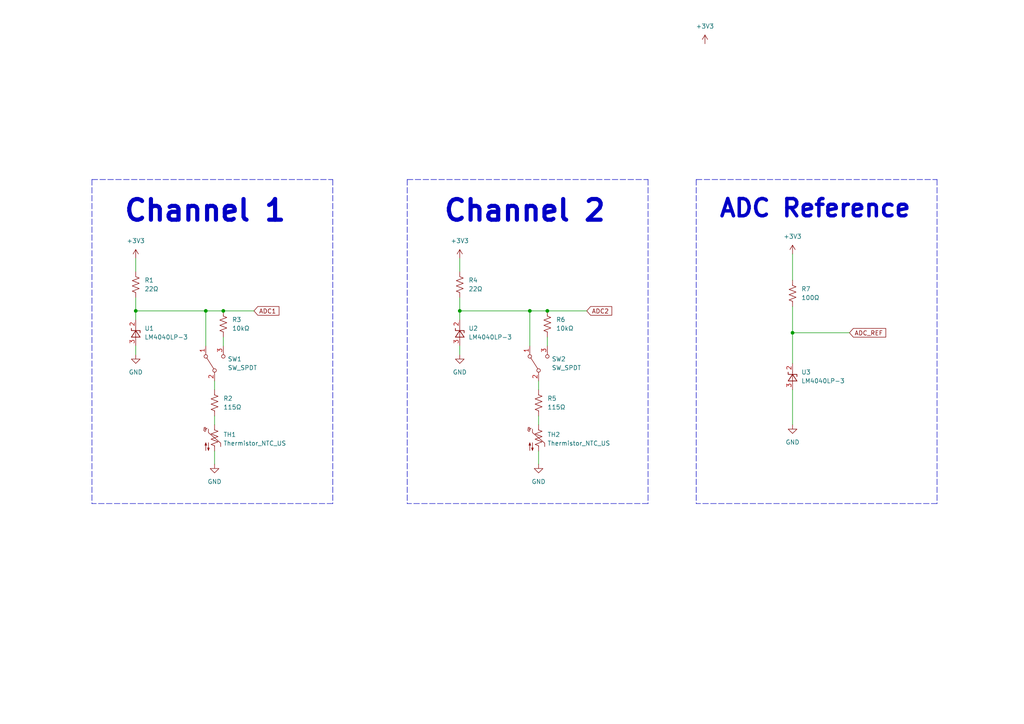
<source format=kicad_sch>
(kicad_sch (version 20211123) (generator eeschema)
  (paper "A4")
  (lib_symbols
    (symbol "Device:R_US" (pin_numbers hide) (pin_names (offset 0))
      (property "Reference" "R" (at 2.54 0 90))
      (property "Value" "R_US" (at -2.54 0 90))
      (symbol "R_US_0_1"
        (polyline (pts (xy 0 -2.286) (xy 0 -2.54)))
        (polyline (pts (xy 0 2.286) (xy 0 2.54)))
        (polyline (pts (xy 0 -0.762) (xy 1.016 -1.143) (xy 0 -1.524) (xy -1.016 -1.905) (xy 0 -2.286)))
        (polyline (pts (xy 0 0.762) (xy 1.016 0.381) (xy 0 0) (xy -1.016 -0.381) (xy 0 -0.762)))
        (polyline (pts (xy 0 2.286) (xy 1.016 1.905) (xy 0 1.524) (xy -1.016 1.143) (xy 0 0.762)))
      )
      (symbol "R_US_1_1"
        (pin passive line (at 0 3.81 270) (length 1.27) (name "~") (number "1"))
        (pin passive line (at 0 -3.81 90) (length 1.27) (name "~") (number "2"))
      )
    )
    (symbol "Device:Thermistor_NTC_US" (pin_numbers hide) (pin_names (offset 0))
      (property "Reference" "TH" (at -4.445 0 90))
      (property "Value" "Thermistor_NTC_US" (at 3.175 0 90))
      (symbol "Thermistor_NTC_US_0_1"
        (arc (start -3.048 2.159) (mid -3.0505 2.3165) (end -3.175 2.413))
        (arc (start -3.048 2.159) (mid -2.9736 1.9794) (end -2.794 1.905))
        (arc (start -3.048 2.794) (mid -2.9736 2.6144) (end -2.794 2.54))
        (arc (start -2.794 1.905) (mid -2.6144 1.9794) (end -2.54 2.159))
        (arc (start -2.794 2.54) (mid -2.434 2.5608) (end -2.159 2.794))
        (arc (start -2.794 3.048) (mid -2.9736 2.9736) (end -3.048 2.794))
        (arc (start -2.54 2.794) (mid -2.6144 2.9736) (end -2.794 3.048))
        (polyline (pts (xy -2.54 2.159) (xy -2.54 2.794)))
        (polyline (pts (xy 0 -2.286) (xy 0 -2.54)))
        (polyline (pts (xy 0 2.286) (xy 0 2.54)))
        (polyline (pts (xy -1.778 2.54) (xy -1.778 1.524) (xy 1.778 -1.524) (xy 1.778 -2.54)))
        (polyline (pts (xy 0 -0.762) (xy 1.016 -1.143) (xy 0 -1.524) (xy -1.016 -1.905) (xy 0 -2.286)))
        (polyline (pts (xy 0 0.762) (xy 1.016 0.381) (xy 0 0) (xy -1.016 -0.381) (xy 0 -0.762)))
        (polyline (pts (xy 0 2.286) (xy 1.016 1.905) (xy 0 1.524) (xy -1.016 1.143) (xy 0 0.762)))
        (polyline (pts (xy -2.54 -3.683) (xy -2.54 -1.397) (xy -2.794 -2.159) (xy -2.286 -2.159) (xy -2.54 -1.397) (xy -2.54 -1.651)) (fill (type outline)))
        (polyline (pts (xy -1.778 -1.397) (xy -1.778 -3.683) (xy -2.032 -2.921) (xy -1.524 -2.921) (xy -1.778 -3.683) (xy -1.778 -3.429)) (fill (type outline)))
      )
      (symbol "Thermistor_NTC_US_1_1"
        (pin passive line (at 0 3.81 270) (length 1.27) (name "~") (number "1"))
        (pin passive line (at 0 -3.81 90) (length 1.27) (name "~") (number "2"))
      )
    )
    (symbol "Reference_Voltage:LM4040LP-3" (pin_names (offset 0.0254) hide)
      (property "Reference" "U" (at 0 2.54 0))
      (property "Value" "LM4040LP-3" (at 0 -3.175 0))
      (symbol "LM4040LP-3_0_1"
        (polyline (pts (xy -1.27 0) (xy 0 0) (xy 1.27 0)))
        (polyline (pts (xy -1.27 -1.27) (xy 0.635 0) (xy -1.27 1.27) (xy -1.27 -1.27)) (stroke (width 0.2032)))
        (polyline (pts (xy 0 -1.27) (xy 0.635 -1.27) (xy 0.635 1.27) (xy 1.27 1.27)) (stroke (width 0.2032)))
      )
      (symbol "LM4040LP-3_1_1"
        (pin passive line (at 3.81 0 180) (length 2.54) (name "K") (number "2"))
        (pin passive line (at -3.81 0 0) (length 2.54) (name "A") (number "3"))
      )
    )
    (symbol "Switch:SW_SPDT" (pin_names (offset 0) hide)
      (property "Reference" "SW" (at 0 4.318 0))
      (property "Value" "SW_SPDT" (at 0 -5.08 0))
      (symbol "SW_SPDT_0_0"
        (circle (center -2.032 0) (radius 0.508))
        (circle (center 2.032 -2.54) (radius 0.508))
      )
      (symbol "SW_SPDT_0_1"
        (polyline (pts (xy -1.524 0.254) (xy 1.651 2.286)))
        (circle (center 2.032 2.54) (radius 0.508))
      )
      (symbol "SW_SPDT_1_1"
        (pin passive line (at 5.08 2.54 180) (length 2.54) (name "A") (number "1"))
        (pin passive line (at -5.08 0 0) (length 2.54) (name "B") (number "2"))
        (pin passive line (at 5.08 -2.54 180) (length 2.54) (name "C") (number "3"))
      )
    )
    (symbol "power:+3.3V" (power) (pin_names (offset 0))
      (property "Value" "+3.3V" (at 0 3.556 0))
      (symbol "+3.3V_0_1"
        (polyline (pts (xy -0.762 1.27) (xy 0 2.54)))
        (polyline (pts (xy 0 0) (xy 0 2.54)))
        (polyline (pts (xy 0 2.54) (xy 0.762 1.27)))
      )
      (symbol "+3.3V_1_1"
        (pin power_in line (at 0 0 90) (length 0) hide (name "+3V3") (number "1"))
      )
    )
    (symbol "power:GND" (power) (pin_names (offset 0))
      (property "Value" "GND" (at 0 -3.81 0))
      (symbol "GND_0_1"
        (polyline (pts (xy 0 0) (xy 0 -1.27) (xy 1.27 -1.27) (xy 0 -2.54) (xy -1.27 -1.27) (xy 0 -1.27)))
      )
      (symbol "GND_1_1"
        (pin power_in line (at 0 0 270) (length 0) hide (name "GND") (number "1"))
      )
    )
  )
  (junction (at 158.75 90.17))
  (junction (at 229.87 96.52))
  (junction (at 153.67 90.17))
  (junction (at 133.35 90.17))
  (junction (at 64.77 90.17))
  (junction (at 39.37 90.17))
  (junction (at 59.69 90.17))
  (polyline (pts (xy 201.93 52.07) (xy 271.78 52.07)))
  (wire (pts (xy 229.87 88.9) (xy 229.87 96.52)))
  (polyline (pts (xy 118.11 52.07) (xy 187.96 52.07)))
  (wire (pts (xy 133.35 100.33) (xy 133.35 102.87)))
  (wire (pts (xy 153.67 90.17) (xy 153.67 100.33)))
  (wire (pts (xy 156.21 130.81) (xy 156.21 134.62)))
  (wire (pts (xy 39.37 74.93) (xy 39.37 78.74)))
  (wire (pts (xy 62.23 130.81) (xy 62.23 134.62)))
  (wire (pts (xy 158.75 90.17) (xy 170.18 90.17)))
  (wire (pts (xy 156.21 123.19) (xy 156.21 120.65)))
  (wire (pts (xy 133.35 86.36) (xy 133.35 90.17)))
  (wire (pts (xy 158.75 97.79) (xy 158.75 100.33)))
  (wire (pts (xy 229.87 96.52) (xy 246.38 96.52)))
  (polyline (pts (xy 26.67 52.07) (xy 26.67 146.05)))
  (wire (pts (xy 133.35 74.93) (xy 133.35 78.74)))
  (polyline (pts (xy 187.96 146.05) (xy 118.11 146.05)))
  (wire (pts (xy 153.67 90.17) (xy 158.75 90.17)))
  (wire (pts (xy 39.37 90.17) (xy 59.69 90.17)))
  (wire (pts (xy 156.21 110.49) (xy 156.21 113.03)))
  (polyline (pts (xy 96.52 146.05) (xy 26.67 146.05)))
  (polyline (pts (xy 118.11 52.07) (xy 118.11 146.05)))
  (wire (pts (xy 39.37 90.17) (xy 39.37 92.71)))
  (wire (pts (xy 133.35 90.17) (xy 133.35 92.71)))
  (wire (pts (xy 64.77 90.17) (xy 73.66 90.17)))
  (polyline (pts (xy 187.96 52.07) (xy 187.96 146.05)))
  (wire (pts (xy 64.77 97.79) (xy 64.77 100.33)))
  (wire (pts (xy 62.23 110.49) (xy 62.23 113.03)))
  (wire (pts (xy 39.37 100.33) (xy 39.37 102.87)))
  (wire (pts (xy 62.23 123.19) (xy 62.23 120.65)))
  (wire (pts (xy 59.69 90.17) (xy 59.69 100.33)))
  (polyline (pts (xy 96.52 52.07) (xy 96.52 146.05)))
  (wire (pts (xy 229.87 96.52) (xy 229.87 105.41)))
  (polyline (pts (xy 271.78 52.07) (xy 271.78 146.05)))
  (wire (pts (xy 39.37 86.36) (xy 39.37 90.17)))
  (wire (pts (xy 133.35 90.17) (xy 153.67 90.17)))
  (polyline (pts (xy 201.93 52.07) (xy 201.93 146.05)))
  (wire (pts (xy 229.87 73.66) (xy 229.87 81.28)))
  (wire (pts (xy 59.69 90.17) (xy 64.77 90.17)))
  (polyline (pts (xy 271.78 146.05) (xy 201.93 146.05)))
  (polyline (pts (xy 26.67 52.07) (xy 96.52 52.07)))
  (wire (pts (xy 229.87 113.03) (xy 229.87 123.19)))
  (text "Channel 1" (at 35.56 64.77 0) (effects (font (size 6 6) (thickness 1.2) bold) (justify left bottom)))
  (text "ADC Reference" (at 208.28 63.5 0) (effects (font (size 5 5) bold) (justify left bottom)))
  (text "Channel 2" (at 128.27 64.77 0) (effects (font (size 6 6) bold) (justify left bottom)))
  (global_label "ADC1" (shape input) (at 73.66 90.17 0) (property "Intersheet References" "${INTERSHEET_REFS}" (effects hide)))
  (global_label "ADC_REF" (shape input) (at 246.38 96.52 0) (property "Intersheet References" "${INTERSHEET_REFS}" (effects hide)))
  (global_label "ADC2" (shape input) (at 170.18 90.17 0) (property "Intersheet References" "${INTERSHEET_REFS}" (effects hide)))
  (symbol (lib_id "Reference_Voltage:LM4040LP-3") (at 133.35 96.52 90) (unit 1)
    (property "Reference" "U2" (at 135.89 95.2499 90) (effects (justify right)))
    (property "Value" "LM4040LP-3" (at 135.89 97.7899 90) (effects (justify right)))
    (property "Footprint" "Package_TO_SOT_THT:TO-92_Inline" (effects hide))
    (property "Datasheet" "http://www.ti.com/lit/ds/symlink/lm4040-n.pdf" (effects hide))
  )
  (symbol (lib_id "Device:R_US") (at 158.75 93.98 0) (unit 1)
    (property "Reference" "R6" (at 161.29 92.7099 0) (effects (justify left)))
    (property "Value" "10kΩ" (at 161.29 95.2499 0) (effects (justify left)))
  )
  (symbol (lib_id "power:GND") (at 133.35 102.87 0) (unit 1)
    (property "Reference" "#PWR05" (effects hide))
    (property "Value" "GND" (at 133.35 107.95 0))
  )
  (symbol (lib_id "power:GND") (at 39.37 102.87 0) (unit 1)
    (property "Reference" "#PWR02" (effects hide))
    (property "Value" "GND" (at 39.37 107.95 0))
  )
  (symbol (lib_id "Device:R_US") (at 156.21 116.84 0) (unit 1)
    (property "Reference" "R5" (at 158.75 115.5699 0) (effects (justify left)))
    (property "Value" "115Ω" (at 158.75 118.1099 0) (effects (justify left)))
  )
  (symbol (lib_id "Reference_Voltage:LM4040LP-3") (at 39.37 96.52 90) (unit 1)
    (property "Reference" "U1" (at 41.91 95.2499 90) (effects (justify right)))
    (property "Value" "LM4040LP-3" (at 41.91 97.7899 90) (effects (justify right)))
    (property "Footprint" "Package_TO_SOT_THT:TO-92_Inline" (effects hide))
    (property "Datasheet" "http://www.ti.com/lit/ds/symlink/lm4040-n.pdf" (effects hide))
  )
  (symbol (lib_id "Device:R_US") (at 229.87 85.09 0) (unit 1)
    (property "Reference" "R7" (at 232.41 83.8199 0) (effects (justify left)))
    (property "Value" "100Ω" (at 232.41 86.3599 0) (effects (justify left)))
  )
  (symbol (lib_id "Device:Thermistor_NTC_US") (at 62.23 127 0) (unit 1)
    (property "Reference" "TH1" (at 64.77 126.0474 0) (effects (justify left)))
    (property "Value" "Thermistor_NTC_US" (at 64.77 128.5874 0) (effects (justify left)))
  )
  (symbol (lib_id "power:+3.3V") (at 133.35 74.93 0) (unit 1)
    (property "Reference" "#PWR04" (effects hide))
    (property "Value" "+3.3V" (at 133.35 69.85 0))
  )
  (symbol (lib_id "Switch:SW_SPDT") (at 156.21 105.41 90) (unit 1)
    (property "Reference" "SW2" (at 160.02 104.1399 90) (effects (justify right)))
    (property "Value" "SW_SPDT" (at 160.02 106.6799 90) (effects (justify right)))
  )
  (symbol (lib_id "power:+3.3V") (at 204.47 12.7 0) (unit 1)
    (property "Reference" "#PWR07" (effects hide))
    (property "Value" "+3.3V" (at 204.47 7.62 0))
  )
  (symbol (lib_id "power:GND") (at 156.21 134.62 0) (unit 1)
    (property "Reference" "#PWR06" (effects hide))
    (property "Value" "GND" (at 156.21 139.7 0))
  )
  (symbol (lib_id "power:GND") (at 229.87 123.19 0) (unit 1)
    (property "Reference" "#PWR09" (effects hide))
    (property "Value" "GND" (at 229.87 128.27 0))
  )
  (symbol (lib_id "power:+3.3V") (at 229.87 73.66 0) (unit 1)
    (property "Reference" "#PWR08" (effects hide))
    (property "Value" "+3.3V" (at 229.87 68.58 0))
  )
  (symbol (lib_id "power:GND") (at 62.23 134.62 0) (unit 1)
    (property "Reference" "#PWR03" (effects hide))
    (property "Value" "GND" (at 62.23 139.7 0))
  )
  (symbol (lib_id "power:+3.3V") (at 39.37 74.93 0) (unit 1)
    (property "Reference" "#PWR01" (effects hide))
    (property "Value" "+3.3V" (at 39.37 69.85 0))
  )
  (symbol (lib_id "Device:R_US") (at 133.35 82.55 0) (unit 1)
    (property "Reference" "R4" (at 135.89 81.2799 0) (effects (justify left)))
    (property "Value" "22Ω" (at 135.89 83.8199 0) (effects (justify left)))
  )
  (symbol (lib_id "Device:Thermistor_NTC_US") (at 156.21 127 0) (unit 1)
    (property "Reference" "TH2" (at 158.75 126.0474 0) (effects (justify left)))
    (property "Value" "Thermistor_NTC_US" (at 158.75 128.5874 0) (effects (justify left)))
  )
  (symbol (lib_id "Switch:SW_SPDT") (at 62.23 105.41 90) (unit 1)
    (property "Reference" "SW1" (at 66.04 104.1399 90) (effects (justify right)))
    (property "Value" "SW_SPDT" (at 66.04 106.6799 90) (effects (justify right)))
  )
  (symbol (lib_id "Device:R_US") (at 39.37 82.55 0) (unit 1)
    (property "Reference" "R1" (at 41.91 81.2799 0) (effects (justify left)))
    (property "Value" "22Ω" (at 41.91 83.8199 0) (effects (justify left)))
  )
  (symbol (lib_id "Device:R_US") (at 64.77 93.98 0) (unit 1)
    (property "Reference" "R3" (at 67.31 92.7099 0) (effects (justify left)))
    (property "Value" "10kΩ" (at 67.31 95.2499 0) (effects (justify left)))
  )
  (symbol (lib_id "Device:R_US") (at 62.23 116.84 0) (unit 1)
    (property "Reference" "R2" (at 64.77 115.5699 0) (effects (justify left)))
    (property "Value" "115Ω" (at 64.77 118.1099 0) (effects (justify left)))
  )
  (symbol (lib_id "Reference_Voltage:LM4040LP-3") (at 229.87 109.22 90) (unit 1)
    (property "Reference" "U3" (at 232.41 107.9499 90) (effects (justify right)))
    (property "Value" "LM4040LP-3" (at 232.41 110.4899 90) (effects (justify right)))
    (property "Footprint" "Package_TO_SOT_THT:TO-92_Inline" (effects hide))
    (property "Datasheet" "http://www.ti.com/lit/ds/symlink/lm4040-n.pdf" (effects hide))
  )
)
</source>
